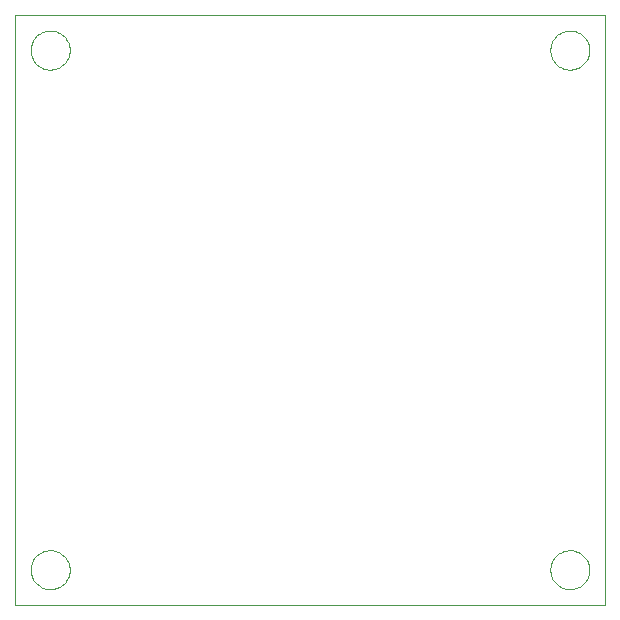
<source format=gbp>
G75*
G70*
%OFA0B0*%
%FSLAX24Y24*%
%IPPOS*%
%LPD*%
%AMOC8*
5,1,8,0,0,1.08239X$1,22.5*
%
%ADD10C,0.0000*%
D10*
X000350Y000677D02*
X000350Y020362D01*
X020035Y020362D01*
X020035Y000677D01*
X000350Y000677D01*
X000881Y001858D02*
X000883Y001908D01*
X000889Y001958D01*
X000899Y002008D01*
X000912Y002056D01*
X000929Y002104D01*
X000950Y002150D01*
X000974Y002194D01*
X001002Y002236D01*
X001033Y002276D01*
X001067Y002313D01*
X001104Y002348D01*
X001143Y002379D01*
X001184Y002408D01*
X001228Y002433D01*
X001274Y002455D01*
X001321Y002473D01*
X001369Y002487D01*
X001418Y002498D01*
X001468Y002505D01*
X001518Y002508D01*
X001569Y002507D01*
X001619Y002502D01*
X001669Y002493D01*
X001717Y002481D01*
X001765Y002464D01*
X001811Y002444D01*
X001856Y002421D01*
X001899Y002394D01*
X001939Y002364D01*
X001977Y002331D01*
X002012Y002295D01*
X002045Y002256D01*
X002074Y002215D01*
X002100Y002172D01*
X002123Y002127D01*
X002142Y002080D01*
X002157Y002032D01*
X002169Y001983D01*
X002177Y001933D01*
X002181Y001883D01*
X002181Y001833D01*
X002177Y001783D01*
X002169Y001733D01*
X002157Y001684D01*
X002142Y001636D01*
X002123Y001589D01*
X002100Y001544D01*
X002074Y001501D01*
X002045Y001460D01*
X002012Y001421D01*
X001977Y001385D01*
X001939Y001352D01*
X001899Y001322D01*
X001856Y001295D01*
X001811Y001272D01*
X001765Y001252D01*
X001717Y001235D01*
X001669Y001223D01*
X001619Y001214D01*
X001569Y001209D01*
X001518Y001208D01*
X001468Y001211D01*
X001418Y001218D01*
X001369Y001229D01*
X001321Y001243D01*
X001274Y001261D01*
X001228Y001283D01*
X001184Y001308D01*
X001143Y001337D01*
X001104Y001368D01*
X001067Y001403D01*
X001033Y001440D01*
X001002Y001480D01*
X000974Y001522D01*
X000950Y001566D01*
X000929Y001612D01*
X000912Y001660D01*
X000899Y001708D01*
X000889Y001758D01*
X000883Y001808D01*
X000881Y001858D01*
X000881Y019181D02*
X000883Y019231D01*
X000889Y019281D01*
X000899Y019331D01*
X000912Y019379D01*
X000929Y019427D01*
X000950Y019473D01*
X000974Y019517D01*
X001002Y019559D01*
X001033Y019599D01*
X001067Y019636D01*
X001104Y019671D01*
X001143Y019702D01*
X001184Y019731D01*
X001228Y019756D01*
X001274Y019778D01*
X001321Y019796D01*
X001369Y019810D01*
X001418Y019821D01*
X001468Y019828D01*
X001518Y019831D01*
X001569Y019830D01*
X001619Y019825D01*
X001669Y019816D01*
X001717Y019804D01*
X001765Y019787D01*
X001811Y019767D01*
X001856Y019744D01*
X001899Y019717D01*
X001939Y019687D01*
X001977Y019654D01*
X002012Y019618D01*
X002045Y019579D01*
X002074Y019538D01*
X002100Y019495D01*
X002123Y019450D01*
X002142Y019403D01*
X002157Y019355D01*
X002169Y019306D01*
X002177Y019256D01*
X002181Y019206D01*
X002181Y019156D01*
X002177Y019106D01*
X002169Y019056D01*
X002157Y019007D01*
X002142Y018959D01*
X002123Y018912D01*
X002100Y018867D01*
X002074Y018824D01*
X002045Y018783D01*
X002012Y018744D01*
X001977Y018708D01*
X001939Y018675D01*
X001899Y018645D01*
X001856Y018618D01*
X001811Y018595D01*
X001765Y018575D01*
X001717Y018558D01*
X001669Y018546D01*
X001619Y018537D01*
X001569Y018532D01*
X001518Y018531D01*
X001468Y018534D01*
X001418Y018541D01*
X001369Y018552D01*
X001321Y018566D01*
X001274Y018584D01*
X001228Y018606D01*
X001184Y018631D01*
X001143Y018660D01*
X001104Y018691D01*
X001067Y018726D01*
X001033Y018763D01*
X001002Y018803D01*
X000974Y018845D01*
X000950Y018889D01*
X000929Y018935D01*
X000912Y018983D01*
X000899Y019031D01*
X000889Y019081D01*
X000883Y019131D01*
X000881Y019181D01*
X018204Y019181D02*
X018206Y019231D01*
X018212Y019281D01*
X018222Y019331D01*
X018235Y019379D01*
X018252Y019427D01*
X018273Y019473D01*
X018297Y019517D01*
X018325Y019559D01*
X018356Y019599D01*
X018390Y019636D01*
X018427Y019671D01*
X018466Y019702D01*
X018507Y019731D01*
X018551Y019756D01*
X018597Y019778D01*
X018644Y019796D01*
X018692Y019810D01*
X018741Y019821D01*
X018791Y019828D01*
X018841Y019831D01*
X018892Y019830D01*
X018942Y019825D01*
X018992Y019816D01*
X019040Y019804D01*
X019088Y019787D01*
X019134Y019767D01*
X019179Y019744D01*
X019222Y019717D01*
X019262Y019687D01*
X019300Y019654D01*
X019335Y019618D01*
X019368Y019579D01*
X019397Y019538D01*
X019423Y019495D01*
X019446Y019450D01*
X019465Y019403D01*
X019480Y019355D01*
X019492Y019306D01*
X019500Y019256D01*
X019504Y019206D01*
X019504Y019156D01*
X019500Y019106D01*
X019492Y019056D01*
X019480Y019007D01*
X019465Y018959D01*
X019446Y018912D01*
X019423Y018867D01*
X019397Y018824D01*
X019368Y018783D01*
X019335Y018744D01*
X019300Y018708D01*
X019262Y018675D01*
X019222Y018645D01*
X019179Y018618D01*
X019134Y018595D01*
X019088Y018575D01*
X019040Y018558D01*
X018992Y018546D01*
X018942Y018537D01*
X018892Y018532D01*
X018841Y018531D01*
X018791Y018534D01*
X018741Y018541D01*
X018692Y018552D01*
X018644Y018566D01*
X018597Y018584D01*
X018551Y018606D01*
X018507Y018631D01*
X018466Y018660D01*
X018427Y018691D01*
X018390Y018726D01*
X018356Y018763D01*
X018325Y018803D01*
X018297Y018845D01*
X018273Y018889D01*
X018252Y018935D01*
X018235Y018983D01*
X018222Y019031D01*
X018212Y019081D01*
X018206Y019131D01*
X018204Y019181D01*
X018204Y001858D02*
X018206Y001908D01*
X018212Y001958D01*
X018222Y002008D01*
X018235Y002056D01*
X018252Y002104D01*
X018273Y002150D01*
X018297Y002194D01*
X018325Y002236D01*
X018356Y002276D01*
X018390Y002313D01*
X018427Y002348D01*
X018466Y002379D01*
X018507Y002408D01*
X018551Y002433D01*
X018597Y002455D01*
X018644Y002473D01*
X018692Y002487D01*
X018741Y002498D01*
X018791Y002505D01*
X018841Y002508D01*
X018892Y002507D01*
X018942Y002502D01*
X018992Y002493D01*
X019040Y002481D01*
X019088Y002464D01*
X019134Y002444D01*
X019179Y002421D01*
X019222Y002394D01*
X019262Y002364D01*
X019300Y002331D01*
X019335Y002295D01*
X019368Y002256D01*
X019397Y002215D01*
X019423Y002172D01*
X019446Y002127D01*
X019465Y002080D01*
X019480Y002032D01*
X019492Y001983D01*
X019500Y001933D01*
X019504Y001883D01*
X019504Y001833D01*
X019500Y001783D01*
X019492Y001733D01*
X019480Y001684D01*
X019465Y001636D01*
X019446Y001589D01*
X019423Y001544D01*
X019397Y001501D01*
X019368Y001460D01*
X019335Y001421D01*
X019300Y001385D01*
X019262Y001352D01*
X019222Y001322D01*
X019179Y001295D01*
X019134Y001272D01*
X019088Y001252D01*
X019040Y001235D01*
X018992Y001223D01*
X018942Y001214D01*
X018892Y001209D01*
X018841Y001208D01*
X018791Y001211D01*
X018741Y001218D01*
X018692Y001229D01*
X018644Y001243D01*
X018597Y001261D01*
X018551Y001283D01*
X018507Y001308D01*
X018466Y001337D01*
X018427Y001368D01*
X018390Y001403D01*
X018356Y001440D01*
X018325Y001480D01*
X018297Y001522D01*
X018273Y001566D01*
X018252Y001612D01*
X018235Y001660D01*
X018222Y001708D01*
X018212Y001758D01*
X018206Y001808D01*
X018204Y001858D01*
M02*

</source>
